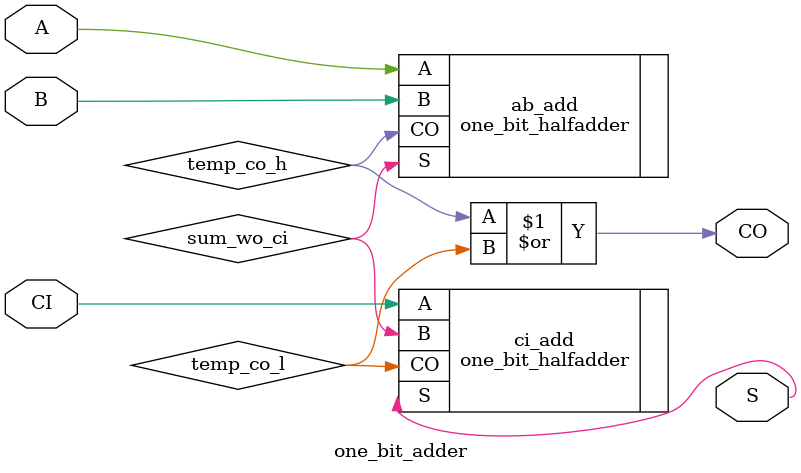
<source format=v>
module one_bit_adder(
	input wire A,
	input wire B,
	input wire CI,
	output wire S,
	output wire CO
);
	wire sum_wo_ci, temp_co_h, temp_co_l;
	one_bit_halfadder ab_add( .A(A), .B(B), .S(sum_wo_ci), .CO(temp_co_h));
	one_bit_halfadder ci_add( .A(CI), .B(sum_wo_ci), .S(S), .CO(temp_co_l));
	assign CO = temp_co_h | temp_co_l;
endmodule

</source>
